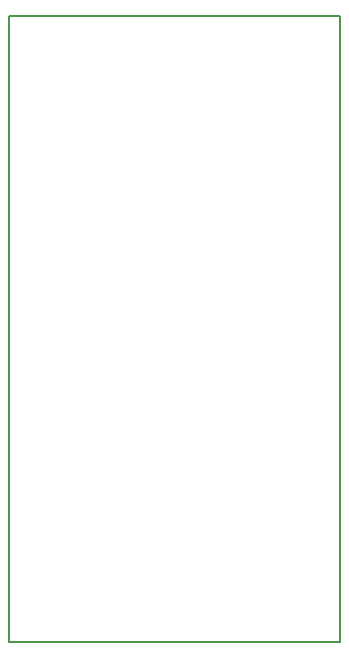
<source format=gbr>
G04 #@! TF.FileFunction,Profile,NP*
%FSLAX46Y46*%
G04 Gerber Fmt 4.6, Leading zero omitted, Abs format (unit mm)*
G04 Created by KiCad (PCBNEW 4.0.4-stable) date Sunday 28 May 2017 'à' 09:57:35*
%MOMM*%
%LPD*%
G01*
G04 APERTURE LIST*
%ADD10C,0.100000*%
%ADD11C,0.150000*%
G04 APERTURE END LIST*
D10*
D11*
X157000000Y-98000000D02*
X185000000Y-98000000D01*
X157000000Y-151000000D02*
X157000000Y-98000000D01*
X185000000Y-151000000D02*
X157000000Y-151000000D01*
X185000000Y-98000000D02*
X185000000Y-151000000D01*
M02*

</source>
